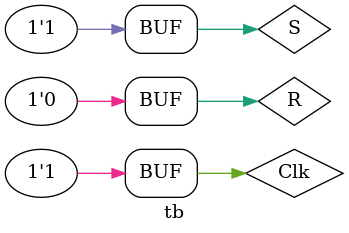
<source format=v>
module part1(input Clk,
				 input R,
				 input S,
				 output Q);

	wire R_g, S_g,Qa,Qb /*synthesis keep*/;
	
	assign R_g = R & Clk;
	assign S_g = S & Clk;
	assign Qa = ~(R_g|Qb);
	assign Qb = ~(S_g|Qa);
	
	assign Q = Qa;
endmodule 

module tb();
	
	reg Clk;
	reg R;
	reg S;
	wire Q;
	
	part1 test(Clk,R,S,Q);
	
	initial begin
		#0 	Clk = 1;	R = 1;	S = 0;
		#100 	Clk = 0; R = 1;	S = 0;
		#100 	Clk = 0;	R = 0;	S = 1;
		#100 	Clk = 1; R = 0;	S = 1;
		#100;
	end
endmodule
</source>
